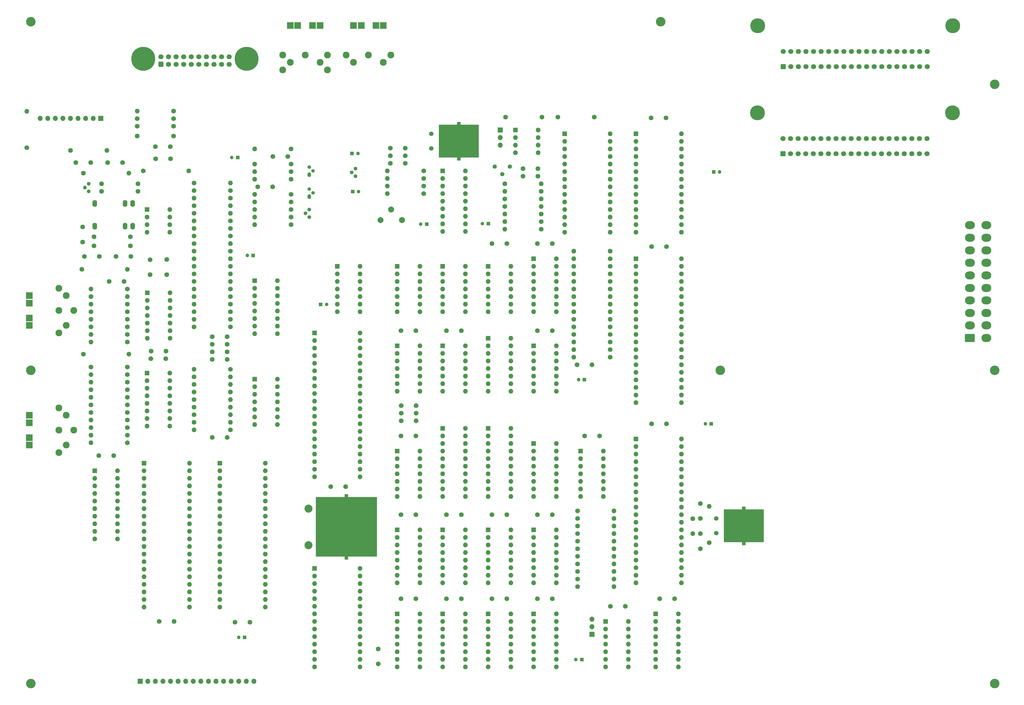
<source format=gbr>
%TF.GenerationSoftware,KiCad,Pcbnew,(5.1.5)-3*%
%TF.CreationDate,2021-01-24T13:48:15-06:00*%
%TF.ProjectId,dragon64,64726167-6f6e-4363-942e-6b696361645f,rev?*%
%TF.SameCoordinates,Original*%
%TF.FileFunction,Soldermask,Top*%
%TF.FilePolarity,Negative*%
%FSLAX46Y46*%
G04 Gerber Fmt 4.6, Leading zero omitted, Abs format (unit mm)*
G04 Created by KiCad (PCBNEW (5.1.5)-3) date 2021-01-24 13:48:15*
%MOMM*%
%LPD*%
G04 APERTURE LIST*
%ADD10C,3.200000*%
%ADD11C,5.000000*%
%ADD12C,1.700000*%
%ADD13C,0.100000*%
%ADD14O,1.600000X1.600000*%
%ADD15C,1.600000*%
%ADD16O,1.700000X1.700000*%
%ADD17R,1.700000X1.700000*%
%ADD18O,3.300000X2.700000*%
%ADD19C,1.200000*%
%ADD20R,1.200000X1.200000*%
%ADD21C,1.440000*%
%ADD22R,1.600000X1.600000*%
%ADD23C,1.500000*%
%ADD24R,13.500000X11.000000*%
%ADD25C,1.300000*%
%ADD26R,2.286000X2.286000*%
%ADD27C,2.286000*%
%ADD28C,2.000000*%
%ADD29C,8.000000*%
%ADD30O,1.600000X2.300000*%
%ADD31C,2.700000*%
%ADD32R,20.500000X20.000000*%
%ADD33O,1.200000X1.200000*%
%ADD34O,1.200000X1.600000*%
G04 APERTURE END LIST*
D10*
%TO.C,H8*%
X327000000Y6000000D03*
%TD*%
%TO.C,H7*%
X235000000Y-90000000D03*
%TD*%
%TO.C,H6*%
X327000000Y-195000000D03*
%TD*%
%TO.C,H5*%
X4000000Y27000000D03*
%TD*%
%TO.C,H4*%
X327000000Y-90000000D03*
%TD*%
%TO.C,H3*%
X215000000Y27000000D03*
%TD*%
%TO.C,H2*%
X4000000Y-195000000D03*
%TD*%
%TO.C,H1*%
X4000000Y-90000000D03*
%TD*%
D11*
%TO.C,PL9*%
X312932500Y25616000D03*
X247527500Y25616000D03*
D12*
X304360000Y16980000D03*
X301820000Y16980000D03*
X299280000Y16980000D03*
X296740000Y16980000D03*
X294200000Y16980000D03*
X291660000Y16980000D03*
X289120000Y16980000D03*
X286580000Y16980000D03*
X284040000Y16980000D03*
X281500000Y16980000D03*
X278960000Y16980000D03*
X276420000Y16980000D03*
X273880000Y16980000D03*
X271340000Y16980000D03*
X268800000Y16980000D03*
X266260000Y16980000D03*
X263720000Y16980000D03*
X261180000Y16980000D03*
X258640000Y16980000D03*
X256100000Y16980000D03*
X304360000Y11900000D03*
X301820000Y11900000D03*
X299280000Y11900000D03*
X296740000Y11900000D03*
X294200000Y11900000D03*
X291660000Y11900000D03*
X289120000Y11900000D03*
X286580000Y11900000D03*
X284040000Y11900000D03*
X281500000Y11900000D03*
X278960000Y11900000D03*
X276420000Y11900000D03*
X273880000Y11900000D03*
X271340000Y11900000D03*
X268800000Y11900000D03*
X266260000Y11900000D03*
X263720000Y11900000D03*
X261180000Y11900000D03*
X258640000Y11900000D03*
D13*
G36*
X256724504Y12748796D02*
G01*
X256748773Y12745196D01*
X256772571Y12739235D01*
X256795671Y12730970D01*
X256817849Y12720480D01*
X256838893Y12707867D01*
X256858598Y12693253D01*
X256876777Y12676777D01*
X256893253Y12658598D01*
X256907867Y12638893D01*
X256920480Y12617849D01*
X256930970Y12595671D01*
X256939235Y12572571D01*
X256945196Y12548773D01*
X256948796Y12524504D01*
X256950000Y12500000D01*
X256950000Y11300000D01*
X256948796Y11275496D01*
X256945196Y11251227D01*
X256939235Y11227429D01*
X256930970Y11204329D01*
X256920480Y11182151D01*
X256907867Y11161107D01*
X256893253Y11141402D01*
X256876777Y11123223D01*
X256858598Y11106747D01*
X256838893Y11092133D01*
X256817849Y11079520D01*
X256795671Y11069030D01*
X256772571Y11060765D01*
X256748773Y11054804D01*
X256724504Y11051204D01*
X256700000Y11050000D01*
X255500000Y11050000D01*
X255475496Y11051204D01*
X255451227Y11054804D01*
X255427429Y11060765D01*
X255404329Y11069030D01*
X255382151Y11079520D01*
X255361107Y11092133D01*
X255341402Y11106747D01*
X255323223Y11123223D01*
X255306747Y11141402D01*
X255292133Y11161107D01*
X255279520Y11182151D01*
X255269030Y11204329D01*
X255260765Y11227429D01*
X255254804Y11251227D01*
X255251204Y11275496D01*
X255250000Y11300000D01*
X255250000Y12500000D01*
X255251204Y12524504D01*
X255254804Y12548773D01*
X255260765Y12572571D01*
X255269030Y12595671D01*
X255279520Y12617849D01*
X255292133Y12638893D01*
X255306747Y12658598D01*
X255323223Y12676777D01*
X255341402Y12693253D01*
X255361107Y12707867D01*
X255382151Y12720480D01*
X255404329Y12730970D01*
X255427429Y12739235D01*
X255451227Y12745196D01*
X255475496Y12748796D01*
X255500000Y12750000D01*
X256700000Y12750000D01*
X256724504Y12748796D01*
G37*
%TD*%
D14*
%TO.C,R85*%
X2600000Y-3100000D03*
D15*
X2600000Y-15292000D03*
%TD*%
D16*
%TO.C,PL6*%
X7080000Y-5500000D03*
X9620000Y-5500000D03*
X12160000Y-5500000D03*
X14700000Y-5500000D03*
X17240000Y-5500000D03*
X19780000Y-5500000D03*
X22320000Y-5500000D03*
X24860000Y-5500000D03*
D17*
X27400000Y-5500000D03*
%TD*%
D18*
%TO.C,J1*%
X324140000Y-41320000D03*
X324140000Y-45520000D03*
X324140000Y-49720000D03*
X324140000Y-53920000D03*
X324140000Y-58120000D03*
X324140000Y-62320000D03*
X324140000Y-66520000D03*
X324140000Y-70720000D03*
X324140000Y-74920000D03*
X324140000Y-79120000D03*
X318640000Y-41320000D03*
X318640000Y-45520000D03*
X318640000Y-49720000D03*
X318640000Y-53920000D03*
X318640000Y-58120000D03*
X318640000Y-62320000D03*
X318640000Y-66520000D03*
X318640000Y-70720000D03*
X318640000Y-74920000D03*
D13*
G36*
X320064503Y-77771204D02*
G01*
X320088772Y-77774804D01*
X320112570Y-77780765D01*
X320135670Y-77789030D01*
X320157849Y-77799520D01*
X320178892Y-77812133D01*
X320198598Y-77826748D01*
X320216776Y-77843224D01*
X320233252Y-77861402D01*
X320247867Y-77881108D01*
X320260480Y-77902151D01*
X320270970Y-77924330D01*
X320279235Y-77947430D01*
X320285196Y-77971228D01*
X320288796Y-77995497D01*
X320290000Y-78020001D01*
X320290000Y-80219999D01*
X320288796Y-80244503D01*
X320285196Y-80268772D01*
X320279235Y-80292570D01*
X320270970Y-80315670D01*
X320260480Y-80337849D01*
X320247867Y-80358892D01*
X320233252Y-80378598D01*
X320216776Y-80396776D01*
X320198598Y-80413252D01*
X320178892Y-80427867D01*
X320157849Y-80440480D01*
X320135670Y-80450970D01*
X320112570Y-80459235D01*
X320088772Y-80465196D01*
X320064503Y-80468796D01*
X320039999Y-80470000D01*
X317240001Y-80470000D01*
X317215497Y-80468796D01*
X317191228Y-80465196D01*
X317167430Y-80459235D01*
X317144330Y-80450970D01*
X317122151Y-80440480D01*
X317101108Y-80427867D01*
X317081402Y-80413252D01*
X317063224Y-80396776D01*
X317046748Y-80378598D01*
X317032133Y-80358892D01*
X317019520Y-80337849D01*
X317009030Y-80315670D01*
X317000765Y-80292570D01*
X316994804Y-80268772D01*
X316991204Y-80244503D01*
X316990000Y-80219999D01*
X316990000Y-78020001D01*
X316991204Y-77995497D01*
X316994804Y-77971228D01*
X317000765Y-77947430D01*
X317009030Y-77924330D01*
X317019520Y-77902151D01*
X317032133Y-77881108D01*
X317046748Y-77861402D01*
X317063224Y-77843224D01*
X317081402Y-77826748D01*
X317101108Y-77812133D01*
X317122151Y-77799520D01*
X317144330Y-77789030D01*
X317167430Y-77780765D01*
X317191228Y-77774804D01*
X317215497Y-77771204D01*
X317240001Y-77770000D01*
X320039999Y-77770000D01*
X320064503Y-77771204D01*
G37*
%TD*%
D19*
%TO.C,C33*%
X134600000Y-40900000D03*
D20*
X136600000Y-40900000D03*
%TD*%
D19*
%TO.C,C64*%
X230000000Y-107900000D03*
D20*
X232000000Y-107900000D03*
%TD*%
D19*
%TO.C,C63*%
X234800000Y-23400000D03*
D20*
X232800000Y-23400000D03*
%TD*%
D19*
%TO.C,C58*%
X186600000Y-187000000D03*
D20*
X188600000Y-187000000D03*
%TD*%
D19*
%TO.C,C55*%
X187500000Y-93100000D03*
D20*
X189500000Y-93100000D03*
%TD*%
D19*
%TO.C,C44*%
X155300000Y-40800000D03*
D20*
X157300000Y-40800000D03*
%TD*%
D19*
%TO.C,C26*%
X103100000Y-67900000D03*
D20*
X101100000Y-67900000D03*
%TD*%
D19*
%TO.C,C25*%
X113800000Y-30000000D03*
D20*
X111800000Y-30000000D03*
%TD*%
D19*
%TO.C,C24*%
X113600000Y-17200000D03*
D20*
X111600000Y-17200000D03*
%TD*%
D19*
%TO.C,C23*%
X76500000Y-51400000D03*
D20*
X78500000Y-51400000D03*
%TD*%
D19*
%TO.C,C20*%
X71300000Y-18600000D03*
D20*
X73300000Y-18600000D03*
%TD*%
D19*
%TO.C,C19*%
X73600000Y-179500000D03*
D20*
X75600000Y-179500000D03*
%TD*%
D21*
%TO.C,VR1*%
X164500000Y-21600000D03*
X161960000Y-24140000D03*
X159420000Y-21600000D03*
%TD*%
D14*
%TO.C,IC3*%
X50620000Y-64000000D03*
X43000000Y-79240000D03*
X50620000Y-66540000D03*
X43000000Y-76700000D03*
X50620000Y-69080000D03*
X43000000Y-74160000D03*
X50620000Y-71620000D03*
X43000000Y-71620000D03*
X50620000Y-74160000D03*
X43000000Y-69080000D03*
X50620000Y-76700000D03*
X43000000Y-66540000D03*
X50620000Y-79240000D03*
D22*
X43000000Y-64000000D03*
%TD*%
D14*
%TO.C,IC29*%
X180086000Y-52578000D03*
X172466000Y-70358000D03*
X180086000Y-55118000D03*
X172466000Y-67818000D03*
X180086000Y-57658000D03*
X172466000Y-65278000D03*
X180086000Y-60198000D03*
X172466000Y-62738000D03*
X180086000Y-62738000D03*
X172466000Y-60198000D03*
X180086000Y-65278000D03*
X172466000Y-57658000D03*
X180086000Y-67818000D03*
X172466000Y-55118000D03*
X180086000Y-70358000D03*
D22*
X172466000Y-52578000D03*
%TD*%
D14*
%TO.C,IC9*%
X114300000Y-55118000D03*
X106680000Y-70358000D03*
X114300000Y-57658000D03*
X106680000Y-67818000D03*
X114300000Y-60198000D03*
X106680000Y-65278000D03*
X114300000Y-62738000D03*
X106680000Y-62738000D03*
X114300000Y-65278000D03*
X106680000Y-60198000D03*
X114300000Y-67818000D03*
X106680000Y-57658000D03*
X114300000Y-70358000D03*
D22*
X106680000Y-55118000D03*
%TD*%
D11*
%TO.C,PL7*%
X312832500Y-3584000D03*
X247427500Y-3584000D03*
D12*
X304260000Y-12220000D03*
X301720000Y-12220000D03*
X299180000Y-12220000D03*
X296640000Y-12220000D03*
X294100000Y-12220000D03*
X291560000Y-12220000D03*
X289020000Y-12220000D03*
X286480000Y-12220000D03*
X283940000Y-12220000D03*
X281400000Y-12220000D03*
X278860000Y-12220000D03*
X276320000Y-12220000D03*
X273780000Y-12220000D03*
X271240000Y-12220000D03*
X268700000Y-12220000D03*
X266160000Y-12220000D03*
X263620000Y-12220000D03*
X261080000Y-12220000D03*
X258540000Y-12220000D03*
X256000000Y-12220000D03*
X304260000Y-17300000D03*
X301720000Y-17300000D03*
X299180000Y-17300000D03*
X296640000Y-17300000D03*
X294100000Y-17300000D03*
X291560000Y-17300000D03*
X289020000Y-17300000D03*
X286480000Y-17300000D03*
X283940000Y-17300000D03*
X281400000Y-17300000D03*
X278860000Y-17300000D03*
X276320000Y-17300000D03*
X273780000Y-17300000D03*
X271240000Y-17300000D03*
X268700000Y-17300000D03*
X266160000Y-17300000D03*
X263620000Y-17300000D03*
X261080000Y-17300000D03*
X258540000Y-17300000D03*
D13*
G36*
X256624504Y-16451204D02*
G01*
X256648773Y-16454804D01*
X256672571Y-16460765D01*
X256695671Y-16469030D01*
X256717849Y-16479520D01*
X256738893Y-16492133D01*
X256758598Y-16506747D01*
X256776777Y-16523223D01*
X256793253Y-16541402D01*
X256807867Y-16561107D01*
X256820480Y-16582151D01*
X256830970Y-16604329D01*
X256839235Y-16627429D01*
X256845196Y-16651227D01*
X256848796Y-16675496D01*
X256850000Y-16700000D01*
X256850000Y-17900000D01*
X256848796Y-17924504D01*
X256845196Y-17948773D01*
X256839235Y-17972571D01*
X256830970Y-17995671D01*
X256820480Y-18017849D01*
X256807867Y-18038893D01*
X256793253Y-18058598D01*
X256776777Y-18076777D01*
X256758598Y-18093253D01*
X256738893Y-18107867D01*
X256717849Y-18120480D01*
X256695671Y-18130970D01*
X256672571Y-18139235D01*
X256648773Y-18145196D01*
X256624504Y-18148796D01*
X256600000Y-18150000D01*
X255400000Y-18150000D01*
X255375496Y-18148796D01*
X255351227Y-18145196D01*
X255327429Y-18139235D01*
X255304329Y-18130970D01*
X255282151Y-18120480D01*
X255261107Y-18107867D01*
X255241402Y-18093253D01*
X255223223Y-18076777D01*
X255206747Y-18058598D01*
X255192133Y-18038893D01*
X255179520Y-18017849D01*
X255169030Y-17995671D01*
X255160765Y-17972571D01*
X255154804Y-17948773D01*
X255151204Y-17924504D01*
X255150000Y-17900000D01*
X255150000Y-16700000D01*
X255151204Y-16675496D01*
X255154804Y-16651227D01*
X255160765Y-16627429D01*
X255169030Y-16604329D01*
X255179520Y-16582151D01*
X255192133Y-16561107D01*
X255206747Y-16541402D01*
X255223223Y-16523223D01*
X255241402Y-16506747D01*
X255261107Y-16492133D01*
X255282151Y-16479520D01*
X255304329Y-16469030D01*
X255327429Y-16460765D01*
X255351227Y-16454804D01*
X255375496Y-16451204D01*
X255400000Y-16450000D01*
X256600000Y-16450000D01*
X256624504Y-16451204D01*
G37*
%TD*%
D14*
%TO.C,IC39*%
X221996000Y-113030000D03*
X206756000Y-161290000D03*
X221996000Y-115570000D03*
X206756000Y-158750000D03*
X221996000Y-118110000D03*
X206756000Y-156210000D03*
X221996000Y-120650000D03*
X206756000Y-153670000D03*
X221996000Y-123190000D03*
X206756000Y-151130000D03*
X221996000Y-125730000D03*
X206756000Y-148590000D03*
X221996000Y-128270000D03*
X206756000Y-146050000D03*
X221996000Y-130810000D03*
X206756000Y-143510000D03*
X221996000Y-133350000D03*
X206756000Y-140970000D03*
X221996000Y-135890000D03*
X206756000Y-138430000D03*
X221996000Y-138430000D03*
X206756000Y-135890000D03*
X221996000Y-140970000D03*
X206756000Y-133350000D03*
X221996000Y-143510000D03*
X206756000Y-130810000D03*
X221996000Y-146050000D03*
X206756000Y-128270000D03*
X221996000Y-148590000D03*
X206756000Y-125730000D03*
X221996000Y-151130000D03*
X206756000Y-123190000D03*
X221996000Y-153670000D03*
X206756000Y-120650000D03*
X221996000Y-156210000D03*
X206756000Y-118110000D03*
X221996000Y-158750000D03*
X206756000Y-115570000D03*
X221996000Y-161290000D03*
D22*
X206756000Y-113030000D03*
%TD*%
D14*
%TO.C,R84*%
X231267000Y-135636000D03*
D15*
X231267000Y-147828000D03*
%TD*%
D14*
%TO.C,IC37*%
X221996000Y-10668000D03*
X206756000Y-43688000D03*
X221996000Y-13208000D03*
X206756000Y-41148000D03*
X221996000Y-15748000D03*
X206756000Y-38608000D03*
X221996000Y-18288000D03*
X206756000Y-36068000D03*
X221996000Y-20828000D03*
X206756000Y-33528000D03*
X221996000Y-23368000D03*
X206756000Y-30988000D03*
X221996000Y-25908000D03*
X206756000Y-28448000D03*
X221996000Y-28448000D03*
X206756000Y-25908000D03*
X221996000Y-30988000D03*
X206756000Y-23368000D03*
X221996000Y-33528000D03*
X206756000Y-20828000D03*
X221996000Y-36068000D03*
X206756000Y-18288000D03*
X221996000Y-38608000D03*
X206756000Y-15748000D03*
X221996000Y-41148000D03*
X206756000Y-13208000D03*
X221996000Y-43688000D03*
D22*
X206756000Y-10668000D03*
%TD*%
D14*
%TO.C,IC38*%
X221996000Y-52578000D03*
X206756000Y-100838000D03*
X221996000Y-55118000D03*
X206756000Y-98298000D03*
X221996000Y-57658000D03*
X206756000Y-95758000D03*
X221996000Y-60198000D03*
X206756000Y-93218000D03*
X221996000Y-62738000D03*
X206756000Y-90678000D03*
X221996000Y-65278000D03*
X206756000Y-88138000D03*
X221996000Y-67818000D03*
X206756000Y-85598000D03*
X221996000Y-70358000D03*
X206756000Y-83058000D03*
X221996000Y-72898000D03*
X206756000Y-80518000D03*
X221996000Y-75438000D03*
X206756000Y-77978000D03*
X221996000Y-77978000D03*
X206756000Y-75438000D03*
X221996000Y-80518000D03*
X206756000Y-72898000D03*
X221996000Y-83058000D03*
X206756000Y-70358000D03*
X221996000Y-85598000D03*
X206756000Y-67818000D03*
X221996000Y-88138000D03*
X206756000Y-65278000D03*
X221996000Y-90678000D03*
X206756000Y-62738000D03*
X221996000Y-93218000D03*
X206756000Y-60198000D03*
X221996000Y-95758000D03*
X206756000Y-57658000D03*
X221996000Y-98298000D03*
X206756000Y-55118000D03*
X221996000Y-100838000D03*
D22*
X206756000Y-52578000D03*
%TD*%
D14*
%TO.C,IC34*%
X198120000Y-10668000D03*
X182880000Y-43688000D03*
X198120000Y-13208000D03*
X182880000Y-41148000D03*
X198120000Y-15748000D03*
X182880000Y-38608000D03*
X198120000Y-18288000D03*
X182880000Y-36068000D03*
X198120000Y-20828000D03*
X182880000Y-33528000D03*
X198120000Y-23368000D03*
X182880000Y-30988000D03*
X198120000Y-25908000D03*
X182880000Y-28448000D03*
X198120000Y-28448000D03*
X182880000Y-25908000D03*
X198120000Y-30988000D03*
X182880000Y-23368000D03*
X198120000Y-33528000D03*
X182880000Y-20828000D03*
X198120000Y-36068000D03*
X182880000Y-18288000D03*
X198120000Y-38608000D03*
X182880000Y-15748000D03*
X198120000Y-41148000D03*
X182880000Y-13208000D03*
X198120000Y-43688000D03*
D22*
X182880000Y-10668000D03*
%TD*%
D15*
%TO.C,C59*%
X216836000Y-5334000D03*
X211836000Y-5334000D03*
%TD*%
D23*
%TO.C,XL3*%
X233680000Y-144600000D03*
X233680000Y-139700000D03*
D24*
X242930000Y-142150000D03*
D20*
X242930000Y-148050000D03*
X242930000Y-136250000D03*
%TD*%
D25*
%TO.C,REG1*%
X112776000Y-24892000D03*
X112776000Y-22352000D03*
X111506000Y-23622000D03*
%TD*%
D26*
%TO.C,PL8*%
X98390000Y25710000D03*
X93390000Y25710000D03*
D27*
X103390000Y10810000D03*
X88390000Y10810000D03*
X95890000Y15810000D03*
X88390000Y15810000D03*
X103390000Y15810000D03*
X90890000Y13310000D03*
X100890000Y13310000D03*
D26*
X90890000Y25710000D03*
X100890000Y25710000D03*
%TD*%
D23*
%TO.C,XL2*%
X138176000Y-15568000D03*
X138176000Y-10668000D03*
D24*
X147426000Y-13118000D03*
D20*
X147426000Y-19018000D03*
X147426000Y-7218000D03*
%TD*%
D14*
%TO.C,IC26*%
X164846000Y-143510000D03*
X157226000Y-161290000D03*
X164846000Y-146050000D03*
X157226000Y-158750000D03*
X164846000Y-148590000D03*
X157226000Y-156210000D03*
X164846000Y-151130000D03*
X157226000Y-153670000D03*
X164846000Y-153670000D03*
X157226000Y-151130000D03*
X164846000Y-156210000D03*
X157226000Y-148590000D03*
X164846000Y-158750000D03*
X157226000Y-146050000D03*
X164846000Y-161290000D03*
D22*
X157226000Y-143510000D03*
%TD*%
D15*
%TO.C,C38*%
X128016000Y-112014000D03*
X133016000Y-112014000D03*
%TD*%
D28*
%TO.C,C32*%
X128306100Y-39624000D03*
X124714000Y-36031900D03*
X121121900Y-39624000D03*
%TD*%
D13*
%TO.C,PL2*%
G36*
X48159504Y13542796D02*
G01*
X48183773Y13539196D01*
X48207571Y13533235D01*
X48230671Y13524970D01*
X48252849Y13514480D01*
X48273893Y13501867D01*
X48293598Y13487253D01*
X48311777Y13470777D01*
X48328253Y13452598D01*
X48342867Y13432893D01*
X48355480Y13411849D01*
X48365970Y13389671D01*
X48374235Y13366571D01*
X48380196Y13342773D01*
X48383796Y13318504D01*
X48385000Y13294000D01*
X48385000Y12094000D01*
X48383796Y12069496D01*
X48380196Y12045227D01*
X48374235Y12021429D01*
X48365970Y11998329D01*
X48355480Y11976151D01*
X48342867Y11955107D01*
X48328253Y11935402D01*
X48311777Y11917223D01*
X48293598Y11900747D01*
X48273893Y11886133D01*
X48252849Y11873520D01*
X48230671Y11863030D01*
X48207571Y11854765D01*
X48183773Y11848804D01*
X48159504Y11845204D01*
X48135000Y11844000D01*
X46935000Y11844000D01*
X46910496Y11845204D01*
X46886227Y11848804D01*
X46862429Y11854765D01*
X46839329Y11863030D01*
X46817151Y11873520D01*
X46796107Y11886133D01*
X46776402Y11900747D01*
X46758223Y11917223D01*
X46741747Y11935402D01*
X46727133Y11955107D01*
X46714520Y11976151D01*
X46704030Y11998329D01*
X46695765Y12021429D01*
X46689804Y12045227D01*
X46686204Y12069496D01*
X46685000Y12094000D01*
X46685000Y13294000D01*
X46686204Y13318504D01*
X46689804Y13342773D01*
X46695765Y13366571D01*
X46704030Y13389671D01*
X46714520Y13411849D01*
X46727133Y13432893D01*
X46741747Y13452598D01*
X46758223Y13470777D01*
X46776402Y13487253D01*
X46796107Y13501867D01*
X46817151Y13514480D01*
X46839329Y13524970D01*
X46862429Y13533235D01*
X46886227Y13539196D01*
X46910496Y13542796D01*
X46935000Y13544000D01*
X48135000Y13544000D01*
X48159504Y13542796D01*
G37*
D12*
X50075000Y12694000D03*
X52615000Y12694000D03*
X55155000Y12694000D03*
X57695000Y12694000D03*
X60235000Y12694000D03*
X62775000Y12694000D03*
X65315000Y12694000D03*
X67855000Y12694000D03*
X70395000Y12694000D03*
X47535000Y15234000D03*
X50075000Y15234000D03*
X52615000Y15234000D03*
X55155000Y15234000D03*
X57695000Y15234000D03*
X60235000Y15234000D03*
X62775000Y15234000D03*
X65315000Y15234000D03*
X67855000Y15234000D03*
X70395000Y15234000D03*
D29*
X41630000Y14494000D03*
X76300000Y14494000D03*
%TD*%
D14*
%TO.C,L4*%
X36830000Y-84582000D03*
D15*
X21590000Y-84582000D03*
%TD*%
D14*
%TO.C,L3*%
X56896000Y-23114000D03*
D15*
X41656000Y-23114000D03*
%TD*%
D14*
%TO.C,L2*%
X36322000Y-56134000D03*
D15*
X21082000Y-56134000D03*
%TD*%
D14*
%TO.C,L1*%
X36830000Y-23876000D03*
D15*
X21590000Y-23876000D03*
%TD*%
D25*
%TO.C,TR4*%
X97282000Y-38608000D03*
X97282000Y-36068000D03*
X96012000Y-37338000D03*
%TD*%
D30*
%TO.C,RLA1*%
X38100000Y-41656000D03*
X38100000Y-34036000D03*
X35560000Y-41656000D03*
X25400000Y-41656000D03*
X35560000Y-34036000D03*
X25400000Y-34036000D03*
%TD*%
D15*
%TO.C,C69*%
X49276000Y-83566000D03*
X44276000Y-83566000D03*
%TD*%
%TO.C,C68*%
X50800000Y-19050000D03*
X45800000Y-19050000D03*
%TD*%
D26*
%TO.C,PL4*%
X119590000Y25710000D03*
X114690000Y25710000D03*
D27*
X112090000Y13310000D03*
X109590000Y15810000D03*
X124590000Y15810000D03*
D26*
X112090000Y25710000D03*
D27*
X117090000Y15810000D03*
D26*
X122090000Y25710000D03*
D27*
X122090000Y13310000D03*
%TD*%
D26*
%TO.C,PL3*%
X3446000Y-107558000D03*
X3446000Y-112558000D03*
D27*
X15846000Y-115058000D03*
X13346000Y-117558000D03*
X13346000Y-102558000D03*
X18346000Y-110058000D03*
D26*
X3446000Y-115058000D03*
D27*
X13346000Y-110058000D03*
D26*
X3446000Y-105058000D03*
D27*
X15846000Y-105058000D03*
%TD*%
D26*
%TO.C,PL5*%
X3446000Y-67426000D03*
X3446000Y-72426000D03*
D27*
X15846000Y-74926000D03*
X13346000Y-77426000D03*
X13346000Y-62426000D03*
X18346000Y-69926000D03*
D26*
X3446000Y-74926000D03*
D27*
X13346000Y-69926000D03*
D26*
X3446000Y-64926000D03*
D27*
X15846000Y-64926000D03*
%TD*%
D14*
%TO.C,R83*%
X199390000Y-162560000D03*
D15*
X187198000Y-162560000D03*
%TD*%
D14*
%TO.C,R82*%
X199390000Y-160020000D03*
D15*
X187198000Y-160020000D03*
%TD*%
D14*
%TO.C,R81*%
X199390000Y-157480000D03*
D15*
X187198000Y-157480000D03*
%TD*%
D14*
%TO.C,R80*%
X199390000Y-154940000D03*
D15*
X187198000Y-154940000D03*
%TD*%
D14*
%TO.C,R79*%
X199390000Y-152400000D03*
D15*
X187198000Y-152400000D03*
%TD*%
D14*
%TO.C,R78*%
X199390000Y-149860000D03*
D15*
X187198000Y-149860000D03*
%TD*%
D14*
%TO.C,R77*%
X199390000Y-147320000D03*
D15*
X187198000Y-147320000D03*
%TD*%
D14*
%TO.C,R76*%
X199390000Y-144780000D03*
D15*
X187198000Y-144780000D03*
%TD*%
D14*
%TO.C,R75*%
X199390000Y-142240000D03*
D15*
X187198000Y-142240000D03*
%TD*%
D14*
%TO.C,R74*%
X199390000Y-139700000D03*
D15*
X187198000Y-139700000D03*
%TD*%
D14*
%TO.C,R73*%
X199390000Y-137160000D03*
D15*
X187198000Y-137160000D03*
%TD*%
D14*
%TO.C,R72*%
X185928000Y-85598000D03*
D15*
X198120000Y-85598000D03*
%TD*%
D14*
%TO.C,R71*%
X185928000Y-83058000D03*
D15*
X198120000Y-83058000D03*
%TD*%
D14*
%TO.C,R70*%
X185928000Y-80518000D03*
D15*
X198120000Y-80518000D03*
%TD*%
D14*
%TO.C,R69*%
X198120000Y-72898000D03*
D15*
X185928000Y-72898000D03*
%TD*%
D14*
%TO.C,R68*%
X198120000Y-70358000D03*
D15*
X185928000Y-70358000D03*
%TD*%
D14*
%TO.C,R67*%
X198120000Y-67818000D03*
D15*
X185928000Y-67818000D03*
%TD*%
D14*
%TO.C,R66*%
X198120000Y-65278000D03*
D15*
X185928000Y-65278000D03*
%TD*%
D14*
%TO.C,R65*%
X185928000Y-60198000D03*
D15*
X198120000Y-60198000D03*
%TD*%
D14*
%TO.C,R64*%
X185928000Y-57658000D03*
D15*
X198120000Y-57658000D03*
%TD*%
D14*
%TO.C,R63*%
X185928000Y-55118000D03*
D15*
X198120000Y-55118000D03*
%TD*%
D14*
%TO.C,R62*%
X185928000Y-52578000D03*
D15*
X198120000Y-52578000D03*
%TD*%
%TO.C,R61*%
X198120000Y-50038000D03*
D14*
X185928000Y-50038000D03*
%TD*%
%TO.C,R60*%
X162814000Y-42672000D03*
D15*
X175006000Y-42672000D03*
%TD*%
D14*
%TO.C,R59*%
X162814000Y-40132000D03*
D15*
X175006000Y-40132000D03*
%TD*%
D14*
%TO.C,R58*%
X162814000Y-37592000D03*
D15*
X175006000Y-37592000D03*
%TD*%
D14*
%TO.C,R57*%
X175006000Y-35052000D03*
D15*
X162814000Y-35052000D03*
%TD*%
D14*
%TO.C,R56*%
X175006000Y-32512000D03*
D15*
X162814000Y-32512000D03*
%TD*%
D14*
%TO.C,R55*%
X162814000Y-29972000D03*
D15*
X175006000Y-29972000D03*
%TD*%
D14*
%TO.C,R54*%
X175006000Y-27432000D03*
D15*
X162814000Y-27432000D03*
%TD*%
D14*
%TO.C,R53*%
X123444000Y-30734000D03*
D15*
X135636000Y-30734000D03*
%TD*%
D14*
%TO.C,R52*%
X123444000Y-28194000D03*
D15*
X135636000Y-28194000D03*
%TD*%
D14*
%TO.C,R51*%
X123444000Y-25654000D03*
D15*
X135636000Y-25654000D03*
%TD*%
D14*
%TO.C,R50*%
X123444000Y-23114000D03*
D15*
X135636000Y-23114000D03*
%TD*%
D14*
%TO.C,R49*%
X78994000Y-41148000D03*
D15*
X91186000Y-41148000D03*
%TD*%
D14*
%TO.C,R48*%
X78994000Y-38608000D03*
D15*
X91186000Y-38608000D03*
%TD*%
D14*
%TO.C,R47*%
X78994000Y-36068000D03*
D15*
X91186000Y-36068000D03*
%TD*%
D14*
%TO.C,R46*%
X78994000Y-33528000D03*
D15*
X91186000Y-33528000D03*
%TD*%
D14*
%TO.C,R45*%
X78994000Y-30988000D03*
D15*
X91186000Y-30988000D03*
%TD*%
D14*
%TO.C,R44*%
X78994000Y-25908000D03*
D15*
X91186000Y-25908000D03*
%TD*%
D14*
%TO.C,R43*%
X78994000Y-23368000D03*
D15*
X91186000Y-23368000D03*
%TD*%
D14*
%TO.C,R42*%
X78994000Y-20828000D03*
D15*
X91186000Y-20828000D03*
%TD*%
D14*
%TO.C,R41*%
X78994000Y-15748000D03*
D15*
X91186000Y-15748000D03*
%TD*%
D14*
%TO.C,R40*%
X58674000Y-109982000D03*
D15*
X70866000Y-109982000D03*
%TD*%
D14*
%TO.C,R39*%
X70866000Y-107442000D03*
D15*
X58674000Y-107442000D03*
%TD*%
D14*
%TO.C,R38*%
X70866000Y-104902000D03*
D15*
X58674000Y-104902000D03*
%TD*%
D14*
%TO.C,R37*%
X70866000Y-102362000D03*
D15*
X58674000Y-102362000D03*
%TD*%
D14*
%TO.C,R36*%
X70866000Y-99822000D03*
D15*
X58674000Y-99822000D03*
%TD*%
D14*
%TO.C,R35*%
X70866000Y-97282000D03*
D15*
X58674000Y-97282000D03*
%TD*%
D14*
%TO.C,R34*%
X70866000Y-94742000D03*
D15*
X58674000Y-94742000D03*
%TD*%
D14*
%TO.C,R33*%
X70866000Y-92202000D03*
D15*
X58674000Y-92202000D03*
%TD*%
D14*
%TO.C,R32*%
X58674000Y-89662000D03*
D15*
X70866000Y-89662000D03*
%TD*%
D14*
%TO.C,R31*%
X58674000Y-72898000D03*
D15*
X70866000Y-72898000D03*
%TD*%
D14*
%TO.C,R30*%
X58674000Y-67818000D03*
D15*
X70866000Y-67818000D03*
%TD*%
D14*
%TO.C,R29*%
X58674000Y-62738000D03*
D15*
X70866000Y-62738000D03*
%TD*%
D14*
%TO.C,R28*%
X70866000Y-60198000D03*
D15*
X58674000Y-60198000D03*
%TD*%
D14*
%TO.C,R27*%
X70866000Y-57658000D03*
D15*
X58674000Y-57658000D03*
%TD*%
D14*
%TO.C,R26*%
X58674000Y-55118000D03*
D15*
X70866000Y-55118000D03*
%TD*%
D14*
%TO.C,R25*%
X70866000Y-52578000D03*
D15*
X58674000Y-52578000D03*
%TD*%
D14*
%TO.C,R24*%
X70866000Y-47498000D03*
D15*
X58674000Y-47498000D03*
%TD*%
D14*
%TO.C,R23*%
X58674000Y-42418000D03*
D15*
X70866000Y-42418000D03*
%TD*%
D14*
%TO.C,R22*%
X58674000Y-39878000D03*
D15*
X70866000Y-39878000D03*
%TD*%
D14*
%TO.C,R21*%
X70866000Y-37338000D03*
D15*
X58674000Y-37338000D03*
%TD*%
D14*
%TO.C,R20*%
X70866000Y-34798000D03*
D15*
X58674000Y-34798000D03*
%TD*%
D14*
%TO.C,R19*%
X58674000Y-32258000D03*
D15*
X70866000Y-32258000D03*
%TD*%
D14*
%TO.C,R18*%
X70866000Y-27178000D03*
D15*
X58674000Y-27178000D03*
%TD*%
D14*
%TO.C,R17*%
X39624000Y-3048000D03*
D15*
X51816000Y-3048000D03*
%TD*%
D14*
%TO.C,R16*%
X24130000Y-114300000D03*
D15*
X36322000Y-114300000D03*
%TD*%
D14*
%TO.C,R15*%
X24130000Y-111760000D03*
D15*
X36322000Y-111760000D03*
%TD*%
D14*
%TO.C,R14*%
X24130000Y-109220000D03*
D15*
X36322000Y-109220000D03*
%TD*%
D14*
%TO.C,R13*%
X24130000Y-106680000D03*
D15*
X36322000Y-106680000D03*
%TD*%
D14*
%TO.C,R12*%
X24130000Y-99060000D03*
D15*
X36322000Y-99060000D03*
%TD*%
D14*
%TO.C,R11*%
X24130000Y-96520000D03*
D15*
X36322000Y-96520000D03*
%TD*%
D14*
%TO.C,R10*%
X24130000Y-93980000D03*
D15*
X36322000Y-93980000D03*
%TD*%
D14*
%TO.C,R9*%
X24130000Y-91440000D03*
D15*
X36322000Y-91440000D03*
%TD*%
D14*
%TO.C,R8*%
X24130000Y-80518000D03*
D15*
X36322000Y-80518000D03*
%TD*%
D14*
%TO.C,R7*%
X24130000Y-77978000D03*
D15*
X36322000Y-77978000D03*
%TD*%
D14*
%TO.C,R6*%
X24130000Y-72898000D03*
D15*
X36322000Y-72898000D03*
%TD*%
D14*
%TO.C,R5*%
X24130000Y-67818000D03*
D15*
X36322000Y-67818000D03*
%TD*%
D14*
%TO.C,R4*%
X36322000Y-65278000D03*
D15*
X24130000Y-65278000D03*
%TD*%
D14*
%TO.C,R3*%
X24130000Y-62738000D03*
D15*
X36322000Y-62738000D03*
%TD*%
D14*
%TO.C,R2*%
X27686000Y-27432000D03*
D15*
X39878000Y-27432000D03*
%TD*%
D14*
%TO.C,R1*%
X29464000Y-16256000D03*
D15*
X17272000Y-16256000D03*
%TD*%
%TO.C,D22*%
X163068000Y-5080000D03*
X175260000Y-5080000D03*
%TD*%
%TO.C,D21*%
X180594000Y-5080000D03*
X192786000Y-5080000D03*
%TD*%
%TO.C,D20*%
X185928000Y-77978000D03*
X198120000Y-77978000D03*
%TD*%
%TO.C,D19*%
X185928000Y-75438000D03*
X198120000Y-75438000D03*
%TD*%
%TO.C,D18*%
X185928000Y-62738000D03*
X198120000Y-62738000D03*
%TD*%
%TO.C,D17*%
X58674000Y-75438000D03*
X70866000Y-75438000D03*
%TD*%
%TO.C,D16*%
X58674000Y-70358000D03*
X70866000Y-70358000D03*
%TD*%
%TO.C,D15*%
X58674000Y-65278000D03*
X70866000Y-65278000D03*
%TD*%
%TO.C,D14*%
X58674000Y-50038000D03*
X70866000Y-50038000D03*
%TD*%
%TO.C,D13*%
X58674000Y-44958000D03*
X70866000Y-44958000D03*
%TD*%
%TO.C,D12*%
X58674000Y-29718000D03*
X70866000Y-29718000D03*
%TD*%
%TO.C,D11*%
X39624000Y-11430000D03*
X51816000Y-11430000D03*
%TD*%
%TO.C,D10*%
X39624000Y-8128000D03*
X51816000Y-8128000D03*
%TD*%
%TO.C,D9*%
X39624000Y-5588000D03*
X51816000Y-5588000D03*
%TD*%
%TO.C,D8*%
X24130000Y-104140000D03*
X36322000Y-104140000D03*
%TD*%
%TO.C,D7*%
X24130000Y-101600000D03*
X36322000Y-101600000D03*
%TD*%
%TO.C,D6*%
X24130000Y-88900000D03*
X36322000Y-88900000D03*
%TD*%
%TO.C,D5*%
X24130000Y-75438000D03*
X36322000Y-75438000D03*
%TD*%
%TO.C,D4*%
X24130000Y-70358000D03*
X36322000Y-70358000D03*
%TD*%
%TO.C,D3*%
X25146000Y-48260000D03*
X37338000Y-48260000D03*
%TD*%
%TO.C,D2*%
X25146000Y-45212000D03*
X37338000Y-45212000D03*
%TD*%
%TO.C,D1*%
X27686000Y-29972000D03*
X39878000Y-29972000D03*
%TD*%
%TO.C,C67*%
X225806000Y-139780000D03*
X225806000Y-144780000D03*
%TD*%
%TO.C,C48*%
X168910000Y-22352000D03*
X173910000Y-22352000D03*
%TD*%
%TO.C,C50*%
X173736000Y-47498000D03*
X178736000Y-47498000D03*
%TD*%
%TO.C,C35*%
X133096000Y-101854000D03*
X128096000Y-101854000D03*
%TD*%
%TO.C,C5*%
X32512000Y-51816000D03*
X37512000Y-51816000D03*
%TD*%
%TO.C,C2*%
X29718000Y-20320000D03*
X34718000Y-20320000D03*
%TD*%
%TO.C,C4*%
X21924000Y-51816000D03*
X26924000Y-51816000D03*
%TD*%
%TO.C,C16*%
X64770000Y-86360000D03*
X69770000Y-86360000D03*
%TD*%
%TO.C,C15*%
X64770000Y-83820000D03*
X69770000Y-83820000D03*
%TD*%
%TO.C,C14*%
X64770000Y-81280000D03*
X69770000Y-81280000D03*
%TD*%
%TO.C,C13*%
X64770000Y-78740000D03*
X69770000Y-78740000D03*
%TD*%
%TO.C,C60*%
X211963000Y-48514000D03*
X216963000Y-48514000D03*
%TD*%
%TO.C,C61*%
X211963000Y-107950000D03*
X216963000Y-107950000D03*
%TD*%
%TO.C,C53*%
X173736000Y-166624000D03*
X178736000Y-166624000D03*
%TD*%
%TO.C,C52*%
X173736000Y-138430000D03*
X178736000Y-138430000D03*
%TD*%
%TO.C,C47*%
X158496000Y-166624000D03*
X163496000Y-166624000D03*
%TD*%
%TO.C,C46*%
X158496000Y-138430000D03*
X163496000Y-138430000D03*
%TD*%
%TO.C,C43*%
X143256000Y-166624000D03*
X148256000Y-166624000D03*
%TD*%
%TO.C,C42*%
X143256000Y-138430000D03*
X148256000Y-138430000D03*
%TD*%
%TO.C,C40*%
X128016000Y-166624000D03*
X133016000Y-166624000D03*
%TD*%
%TO.C,C39*%
X128016000Y-138430000D03*
X133016000Y-138430000D03*
%TD*%
%TO.C,C29*%
X124460000Y-15494000D03*
X129460000Y-15494000D03*
%TD*%
%TO.C,C10*%
X49530000Y-52832000D03*
X49530000Y-57832000D03*
%TD*%
%TO.C,C9*%
X43942000Y-57912000D03*
X43942000Y-52912000D03*
%TD*%
%TO.C,C8*%
X45720000Y-14986000D03*
X50720000Y-14986000D03*
%TD*%
%TO.C,C66*%
X228346000Y-144780000D03*
X228346000Y-149780000D03*
%TD*%
%TO.C,C65*%
X228346000Y-139700000D03*
X228346000Y-134700000D03*
%TD*%
%TO.C,C62*%
X219710000Y-166624000D03*
X214710000Y-166624000D03*
%TD*%
%TO.C,C57*%
X203200000Y-169164000D03*
X198200000Y-169164000D03*
%TD*%
%TO.C,C56*%
X194564000Y-112014000D03*
X189564000Y-112014000D03*
%TD*%
%TO.C,C54*%
X192024000Y-88138000D03*
X187024000Y-88138000D03*
%TD*%
%TO.C,C51*%
X173736000Y-76708000D03*
X178736000Y-76708000D03*
%TD*%
%TO.C,C49*%
X168910000Y-24892000D03*
X173910000Y-24892000D03*
%TD*%
%TO.C,C45*%
X158496000Y-47498000D03*
X163496000Y-47498000D03*
%TD*%
%TO.C,C41*%
X143256000Y-76708000D03*
X148256000Y-76708000D03*
%TD*%
%TO.C,C37*%
X133096000Y-106934000D03*
X128096000Y-106934000D03*
%TD*%
%TO.C,C36*%
X133096000Y-104394000D03*
X128096000Y-104394000D03*
%TD*%
%TO.C,C34*%
X128016000Y-76708000D03*
X133016000Y-76708000D03*
%TD*%
%TO.C,C31*%
X124460000Y-20574000D03*
X129460000Y-20574000D03*
%TD*%
%TO.C,C30*%
X124460000Y-18034000D03*
X129460000Y-18034000D03*
%TD*%
%TO.C,C28*%
X120396000Y-188468000D03*
X120396000Y-183468000D03*
%TD*%
%TO.C,C27*%
X109474000Y-129032000D03*
X104474000Y-129032000D03*
%TD*%
%TO.C,C22*%
X80010000Y-28448000D03*
X85010000Y-28448000D03*
%TD*%
%TO.C,C21*%
X85090000Y-18288000D03*
X90090000Y-18288000D03*
%TD*%
%TO.C,C18*%
X72390000Y-174498000D03*
X77390000Y-174498000D03*
%TD*%
%TO.C,C17*%
X64770000Y-112522000D03*
X69770000Y-112522000D03*
%TD*%
%TO.C,C12*%
X46990000Y-174244000D03*
X51990000Y-174244000D03*
%TD*%
%TO.C,C11*%
X44196000Y-86106000D03*
X49196000Y-86106000D03*
%TD*%
%TO.C,C7*%
X31750000Y-118618000D03*
X26750000Y-118618000D03*
%TD*%
%TO.C,C6*%
X30226000Y-60198000D03*
X35226000Y-60198000D03*
%TD*%
%TO.C,C3*%
X21336000Y-41910000D03*
X21336000Y-46910000D03*
%TD*%
%TO.C,C1*%
X19050000Y-20320000D03*
X24050000Y-20320000D03*
%TD*%
D14*
%TO.C,IC2*%
X50546000Y-36068000D03*
X42926000Y-43688000D03*
X50546000Y-38608000D03*
X42926000Y-41148000D03*
X50546000Y-41148000D03*
X42926000Y-38608000D03*
X50546000Y-43688000D03*
D22*
X42926000Y-36068000D03*
%TD*%
D25*
%TO.C,TR1*%
X23368000Y-29972000D03*
X23368000Y-27432000D03*
X22098000Y-28702000D03*
%TD*%
D14*
%TO.C,IC33*%
X180086000Y-171704000D03*
X172466000Y-189484000D03*
X180086000Y-174244000D03*
X172466000Y-186944000D03*
X180086000Y-176784000D03*
X172466000Y-184404000D03*
X180086000Y-179324000D03*
X172466000Y-181864000D03*
X180086000Y-181864000D03*
X172466000Y-179324000D03*
X180086000Y-184404000D03*
X172466000Y-176784000D03*
X180086000Y-186944000D03*
X172466000Y-174244000D03*
X180086000Y-189484000D03*
D22*
X172466000Y-171704000D03*
%TD*%
D14*
%TO.C,IC32*%
X180086000Y-143510000D03*
X172466000Y-161290000D03*
X180086000Y-146050000D03*
X172466000Y-158750000D03*
X180086000Y-148590000D03*
X172466000Y-156210000D03*
X180086000Y-151130000D03*
X172466000Y-153670000D03*
X180086000Y-153670000D03*
X172466000Y-151130000D03*
X180086000Y-156210000D03*
X172466000Y-148590000D03*
X180086000Y-158750000D03*
X172466000Y-146050000D03*
X180086000Y-161290000D03*
D22*
X172466000Y-143510000D03*
%TD*%
D14*
%TO.C,IC27*%
X164846000Y-171704000D03*
X157226000Y-189484000D03*
X164846000Y-174244000D03*
X157226000Y-186944000D03*
X164846000Y-176784000D03*
X157226000Y-184404000D03*
X164846000Y-179324000D03*
X157226000Y-181864000D03*
X164846000Y-181864000D03*
X157226000Y-179324000D03*
X164846000Y-184404000D03*
X157226000Y-176784000D03*
X164846000Y-186944000D03*
X157226000Y-174244000D03*
X164846000Y-189484000D03*
D22*
X157226000Y-171704000D03*
%TD*%
D14*
%TO.C,IC22*%
X149606000Y-171704000D03*
X141986000Y-189484000D03*
X149606000Y-174244000D03*
X141986000Y-186944000D03*
X149606000Y-176784000D03*
X141986000Y-184404000D03*
X149606000Y-179324000D03*
X141986000Y-181864000D03*
X149606000Y-181864000D03*
X141986000Y-179324000D03*
X149606000Y-184404000D03*
X141986000Y-176784000D03*
X149606000Y-186944000D03*
X141986000Y-174244000D03*
X149606000Y-189484000D03*
D22*
X141986000Y-171704000D03*
%TD*%
D14*
%TO.C,IC21*%
X149606000Y-143510000D03*
X141986000Y-161290000D03*
X149606000Y-146050000D03*
X141986000Y-158750000D03*
X149606000Y-148590000D03*
X141986000Y-156210000D03*
X149606000Y-151130000D03*
X141986000Y-153670000D03*
X149606000Y-153670000D03*
X141986000Y-151130000D03*
X149606000Y-156210000D03*
X141986000Y-148590000D03*
X149606000Y-158750000D03*
X141986000Y-146050000D03*
X149606000Y-161290000D03*
D22*
X141986000Y-143510000D03*
%TD*%
D14*
%TO.C,IC16*%
X134366000Y-171704000D03*
X126746000Y-189484000D03*
X134366000Y-174244000D03*
X126746000Y-186944000D03*
X134366000Y-176784000D03*
X126746000Y-184404000D03*
X134366000Y-179324000D03*
X126746000Y-181864000D03*
X134366000Y-181864000D03*
X126746000Y-179324000D03*
X134366000Y-184404000D03*
X126746000Y-176784000D03*
X134366000Y-186944000D03*
X126746000Y-174244000D03*
X134366000Y-189484000D03*
D22*
X126746000Y-171704000D03*
%TD*%
D14*
%TO.C,IC15*%
X134366000Y-143510000D03*
X126746000Y-161290000D03*
X134366000Y-146050000D03*
X126746000Y-158750000D03*
X134366000Y-148590000D03*
X126746000Y-156210000D03*
X134366000Y-151130000D03*
X126746000Y-153670000D03*
X134366000Y-153670000D03*
X126746000Y-151130000D03*
X134366000Y-156210000D03*
X126746000Y-148590000D03*
X134366000Y-158750000D03*
X126746000Y-146050000D03*
X134366000Y-161290000D03*
D22*
X126746000Y-143510000D03*
%TD*%
D14*
%TO.C,IC11*%
X114288000Y-156464000D03*
X99048000Y-189484000D03*
X114288000Y-159004000D03*
X99048000Y-186944000D03*
X114288000Y-161544000D03*
X99048000Y-184404000D03*
X114288000Y-164084000D03*
X99048000Y-181864000D03*
X114288000Y-166624000D03*
X99048000Y-179324000D03*
X114288000Y-169164000D03*
X99048000Y-176784000D03*
X114288000Y-171704000D03*
X99048000Y-174244000D03*
X114288000Y-174244000D03*
X99048000Y-171704000D03*
X114288000Y-176784000D03*
X99048000Y-169164000D03*
X114288000Y-179324000D03*
X99048000Y-166624000D03*
X114288000Y-181864000D03*
X99048000Y-164084000D03*
X114288000Y-184404000D03*
X99048000Y-161544000D03*
X114288000Y-186944000D03*
X99048000Y-159004000D03*
X114288000Y-189484000D03*
D22*
X99048000Y-156464000D03*
%TD*%
D14*
%TO.C,IC6*%
X86614000Y-59944000D03*
X78994000Y-77724000D03*
X86614000Y-62484000D03*
X78994000Y-75184000D03*
X86614000Y-65024000D03*
X78994000Y-72644000D03*
X86614000Y-67564000D03*
X78994000Y-70104000D03*
X86614000Y-70104000D03*
X78994000Y-67564000D03*
X86614000Y-72644000D03*
X78994000Y-65024000D03*
X86614000Y-75184000D03*
X78994000Y-62484000D03*
X86614000Y-77724000D03*
D22*
X78994000Y-59944000D03*
%TD*%
D14*
%TO.C,IC4*%
X50546000Y-90932000D03*
X42926000Y-108712000D03*
X50546000Y-93472000D03*
X42926000Y-106172000D03*
X50546000Y-96012000D03*
X42926000Y-103632000D03*
X50546000Y-98552000D03*
X42926000Y-101092000D03*
X50546000Y-101092000D03*
X42926000Y-98552000D03*
X50546000Y-103632000D03*
X42926000Y-96012000D03*
X50546000Y-106172000D03*
X42926000Y-93472000D03*
X50546000Y-108712000D03*
D22*
X42926000Y-90932000D03*
%TD*%
D31*
%TO.C,XL1*%
X96978000Y-148664000D03*
X96978000Y-136324000D03*
D32*
X109728000Y-142494000D03*
D20*
X109728000Y-152894000D03*
X109728000Y-132094000D03*
%TD*%
D14*
%TO.C,IC24*%
X164846000Y-79248000D03*
X157226000Y-97028000D03*
X164846000Y-81788000D03*
X157226000Y-94488000D03*
X164846000Y-84328000D03*
X157226000Y-91948000D03*
X164846000Y-86868000D03*
X157226000Y-89408000D03*
X164846000Y-89408000D03*
X157226000Y-86868000D03*
X164846000Y-91948000D03*
X157226000Y-84328000D03*
X164846000Y-94488000D03*
X157226000Y-81788000D03*
X164846000Y-97028000D03*
D22*
X157226000Y-79248000D03*
%TD*%
D14*
%TO.C,IC18*%
X149606000Y-55118000D03*
X141986000Y-70358000D03*
X149606000Y-57658000D03*
X141986000Y-67818000D03*
X149606000Y-60198000D03*
X141986000Y-65278000D03*
X149606000Y-62738000D03*
X141986000Y-62738000D03*
X149606000Y-65278000D03*
X141986000Y-60198000D03*
X149606000Y-67818000D03*
X141986000Y-57658000D03*
X149606000Y-70358000D03*
D22*
X141986000Y-55118000D03*
%TD*%
D14*
%TO.C,IC12*%
X134366000Y-55118000D03*
X126746000Y-70358000D03*
X134366000Y-57658000D03*
X126746000Y-67818000D03*
X134366000Y-60198000D03*
X126746000Y-65278000D03*
X134366000Y-62738000D03*
X126746000Y-62738000D03*
X134366000Y-65278000D03*
X126746000Y-60198000D03*
X134366000Y-67818000D03*
X126746000Y-57658000D03*
X134366000Y-70358000D03*
D22*
X126746000Y-55118000D03*
%TD*%
D16*
%TO.C,LK2*%
X161290000Y-14478000D03*
X161290000Y-11938000D03*
D17*
X161290000Y-9398000D03*
%TD*%
D16*
%TO.C,LK1*%
X192024000Y-173482000D03*
X192024000Y-176022000D03*
D17*
X192024000Y-178562000D03*
%TD*%
D14*
%TO.C,IC19*%
X149606000Y-81788000D03*
X141986000Y-97028000D03*
X149606000Y-84328000D03*
X141986000Y-94488000D03*
X149606000Y-86868000D03*
X141986000Y-91948000D03*
X149606000Y-89408000D03*
X141986000Y-89408000D03*
X149606000Y-91948000D03*
X141986000Y-86868000D03*
X149606000Y-94488000D03*
X141986000Y-84328000D03*
X149606000Y-97028000D03*
D22*
X141986000Y-81788000D03*
%TD*%
D14*
%TO.C,IC23*%
X164846000Y-55118000D03*
X157226000Y-70358000D03*
X164846000Y-57658000D03*
X157226000Y-67818000D03*
X164846000Y-60198000D03*
X157226000Y-65278000D03*
X164846000Y-62738000D03*
X157226000Y-62738000D03*
X164846000Y-65278000D03*
X157226000Y-60198000D03*
X164846000Y-67818000D03*
X157226000Y-57658000D03*
X164846000Y-70358000D03*
D22*
X157226000Y-55118000D03*
%TD*%
%TO.C,IC1*%
X25400000Y-123698000D03*
D14*
X33020000Y-146558000D03*
X25400000Y-126238000D03*
X33020000Y-144018000D03*
X25400000Y-128778000D03*
X33020000Y-141478000D03*
X25400000Y-131318000D03*
X33020000Y-138938000D03*
X25400000Y-133858000D03*
X33020000Y-136398000D03*
X25400000Y-136398000D03*
X33020000Y-133858000D03*
X25400000Y-138938000D03*
X33020000Y-131318000D03*
X25400000Y-141478000D03*
X33020000Y-128778000D03*
X25400000Y-144018000D03*
X33020000Y-126238000D03*
X25400000Y-146558000D03*
X33020000Y-123698000D03*
%TD*%
D33*
%TO.C,TR3*%
X97282000Y-29210000D03*
X98552000Y-30480000D03*
D34*
X97282000Y-31750000D03*
%TD*%
D33*
%TO.C,TR2*%
X97282000Y-21844000D03*
X98552000Y-23114000D03*
D34*
X97282000Y-24384000D03*
%TD*%
D14*
%TO.C,IC17*%
X149606000Y-23114000D03*
X141986000Y-43434000D03*
X149606000Y-25654000D03*
X141986000Y-40894000D03*
X149606000Y-28194000D03*
X141986000Y-38354000D03*
X149606000Y-30734000D03*
X141986000Y-35814000D03*
X149606000Y-33274000D03*
X141986000Y-33274000D03*
X149606000Y-35814000D03*
X141986000Y-30734000D03*
X149606000Y-38354000D03*
X141986000Y-28194000D03*
X149606000Y-40894000D03*
X141986000Y-25654000D03*
X149606000Y-43434000D03*
D22*
X141986000Y-23114000D03*
%TD*%
D14*
%TO.C,IC28*%
X173990000Y-9398000D03*
X166370000Y-17018000D03*
X173990000Y-11938000D03*
X166370000Y-14478000D03*
X173990000Y-14478000D03*
X166370000Y-11938000D03*
X173990000Y-17018000D03*
D22*
X166370000Y-9398000D03*
%TD*%
D14*
%TO.C,IC31*%
X180086000Y-114554000D03*
X172466000Y-132334000D03*
X180086000Y-117094000D03*
X172466000Y-129794000D03*
X180086000Y-119634000D03*
X172466000Y-127254000D03*
X180086000Y-122174000D03*
X172466000Y-124714000D03*
X180086000Y-124714000D03*
X172466000Y-122174000D03*
X180086000Y-127254000D03*
X172466000Y-119634000D03*
X180086000Y-129794000D03*
X172466000Y-117094000D03*
X180086000Y-132334000D03*
D22*
X172466000Y-114554000D03*
%TD*%
D14*
%TO.C,IC30*%
X180086000Y-81788000D03*
X172466000Y-97028000D03*
X180086000Y-84328000D03*
X172466000Y-94488000D03*
X180086000Y-86868000D03*
X172466000Y-91948000D03*
X180086000Y-89408000D03*
X172466000Y-89408000D03*
X180086000Y-91948000D03*
X172466000Y-86868000D03*
X180086000Y-94488000D03*
X172466000Y-84328000D03*
X180086000Y-97028000D03*
D22*
X172466000Y-81788000D03*
%TD*%
D14*
%TO.C,IC14*%
X134366000Y-117094000D03*
X126746000Y-132334000D03*
X134366000Y-119634000D03*
X126746000Y-129794000D03*
X134366000Y-122174000D03*
X126746000Y-127254000D03*
X134366000Y-124714000D03*
X126746000Y-124714000D03*
X134366000Y-127254000D03*
X126746000Y-122174000D03*
X134366000Y-129794000D03*
X126746000Y-119634000D03*
X134366000Y-132334000D03*
D22*
X126746000Y-117094000D03*
%TD*%
D14*
%TO.C,IC13*%
X134366000Y-81788000D03*
X126746000Y-97028000D03*
X134366000Y-84328000D03*
X126746000Y-94488000D03*
X134366000Y-86868000D03*
X126746000Y-91948000D03*
X134366000Y-89408000D03*
X126746000Y-89408000D03*
X134366000Y-91948000D03*
X126746000Y-86868000D03*
X134366000Y-94488000D03*
X126746000Y-84328000D03*
X134366000Y-97028000D03*
D22*
X126746000Y-81788000D03*
%TD*%
D14*
%TO.C,IC7*%
X86614000Y-92964000D03*
X78994000Y-108204000D03*
X86614000Y-95504000D03*
X78994000Y-105664000D03*
X86614000Y-98044000D03*
X78994000Y-103124000D03*
X86614000Y-100584000D03*
X78994000Y-100584000D03*
X86614000Y-103124000D03*
X78994000Y-98044000D03*
X86614000Y-105664000D03*
X78994000Y-95504000D03*
X86614000Y-108204000D03*
D22*
X78994000Y-92964000D03*
%TD*%
D17*
%TO.C,PL1*%
X40640000Y-194310000D03*
D16*
X43180000Y-194310000D03*
X45720000Y-194310000D03*
X48260000Y-194310000D03*
X50800000Y-194310000D03*
X53340000Y-194310000D03*
X55880000Y-194310000D03*
X58420000Y-194310000D03*
X60960000Y-194310000D03*
X63500000Y-194310000D03*
X66040000Y-194310000D03*
X68580000Y-194310000D03*
X71120000Y-194310000D03*
X73660000Y-194310000D03*
X76200000Y-194310000D03*
X78740000Y-194310000D03*
%TD*%
D14*
%TO.C,IC8*%
X82550000Y-121158000D03*
X67310000Y-169418000D03*
X82550000Y-123698000D03*
X67310000Y-166878000D03*
X82550000Y-126238000D03*
X67310000Y-164338000D03*
X82550000Y-128778000D03*
X67310000Y-161798000D03*
X82550000Y-131318000D03*
X67310000Y-159258000D03*
X82550000Y-133858000D03*
X67310000Y-156718000D03*
X82550000Y-136398000D03*
X67310000Y-154178000D03*
X82550000Y-138938000D03*
X67310000Y-151638000D03*
X82550000Y-141478000D03*
X67310000Y-149098000D03*
X82550000Y-144018000D03*
X67310000Y-146558000D03*
X82550000Y-146558000D03*
X67310000Y-144018000D03*
X82550000Y-149098000D03*
X67310000Y-141478000D03*
X82550000Y-151638000D03*
X67310000Y-138938000D03*
X82550000Y-154178000D03*
X67310000Y-136398000D03*
X82550000Y-156718000D03*
X67310000Y-133858000D03*
X82550000Y-159258000D03*
X67310000Y-131318000D03*
X82550000Y-161798000D03*
X67310000Y-128778000D03*
X82550000Y-164338000D03*
X67310000Y-126238000D03*
X82550000Y-166878000D03*
X67310000Y-123698000D03*
X82550000Y-169418000D03*
D22*
X67310000Y-121158000D03*
%TD*%
%TO.C,IC5*%
X41910000Y-121158000D03*
D14*
X57150000Y-169418000D03*
X41910000Y-123698000D03*
X57150000Y-166878000D03*
X41910000Y-126238000D03*
X57150000Y-164338000D03*
X41910000Y-128778000D03*
X57150000Y-161798000D03*
X41910000Y-131318000D03*
X57150000Y-159258000D03*
X41910000Y-133858000D03*
X57150000Y-156718000D03*
X41910000Y-136398000D03*
X57150000Y-154178000D03*
X41910000Y-138938000D03*
X57150000Y-151638000D03*
X41910000Y-141478000D03*
X57150000Y-149098000D03*
X41910000Y-144018000D03*
X57150000Y-146558000D03*
X41910000Y-146558000D03*
X57150000Y-144018000D03*
X41910000Y-149098000D03*
X57150000Y-141478000D03*
X41910000Y-151638000D03*
X57150000Y-138938000D03*
X41910000Y-154178000D03*
X57150000Y-136398000D03*
X41910000Y-156718000D03*
X57150000Y-133858000D03*
X41910000Y-159258000D03*
X57150000Y-131318000D03*
X41910000Y-161798000D03*
X57150000Y-128778000D03*
X41910000Y-164338000D03*
X57150000Y-126238000D03*
X41910000Y-166878000D03*
X57150000Y-123698000D03*
X41910000Y-169418000D03*
X57150000Y-121158000D03*
%TD*%
%TO.C,IC25*%
X164846000Y-109474000D03*
X157226000Y-132334000D03*
X164846000Y-112014000D03*
X157226000Y-129794000D03*
X164846000Y-114554000D03*
X157226000Y-127254000D03*
X164846000Y-117094000D03*
X157226000Y-124714000D03*
X164846000Y-119634000D03*
X157226000Y-122174000D03*
X164846000Y-122174000D03*
X157226000Y-119634000D03*
X164846000Y-124714000D03*
X157226000Y-117094000D03*
X164846000Y-127254000D03*
X157226000Y-114554000D03*
X164846000Y-129794000D03*
X157226000Y-112014000D03*
X164846000Y-132334000D03*
D22*
X157226000Y-109474000D03*
%TD*%
D14*
%TO.C,IC20*%
X149606000Y-109474000D03*
X141986000Y-132334000D03*
X149606000Y-112014000D03*
X141986000Y-129794000D03*
X149606000Y-114554000D03*
X141986000Y-127254000D03*
X149606000Y-117094000D03*
X141986000Y-124714000D03*
X149606000Y-119634000D03*
X141986000Y-122174000D03*
X149606000Y-122174000D03*
X141986000Y-119634000D03*
X149606000Y-124714000D03*
X141986000Y-117094000D03*
X149606000Y-127254000D03*
X141986000Y-114554000D03*
X149606000Y-129794000D03*
X141986000Y-112014000D03*
X149606000Y-132334000D03*
D22*
X141986000Y-109474000D03*
%TD*%
D14*
%TO.C,IC40*%
X220980000Y-171704000D03*
X213360000Y-189484000D03*
X220980000Y-174244000D03*
X213360000Y-186944000D03*
X220980000Y-176784000D03*
X213360000Y-184404000D03*
X220980000Y-179324000D03*
X213360000Y-181864000D03*
X220980000Y-181864000D03*
X213360000Y-179324000D03*
X220980000Y-184404000D03*
X213360000Y-176784000D03*
X220980000Y-186944000D03*
X213360000Y-174244000D03*
X220980000Y-189484000D03*
D22*
X213360000Y-171704000D03*
%TD*%
D14*
%TO.C,IC36*%
X204216000Y-174244000D03*
X196596000Y-189484000D03*
X204216000Y-176784000D03*
X196596000Y-186944000D03*
X204216000Y-179324000D03*
X196596000Y-184404000D03*
X204216000Y-181864000D03*
X196596000Y-181864000D03*
X204216000Y-184404000D03*
X196596000Y-179324000D03*
X204216000Y-186944000D03*
X196596000Y-176784000D03*
X204216000Y-189484000D03*
D22*
X196596000Y-174244000D03*
%TD*%
D14*
%TO.C,IC35*%
X195834000Y-117094000D03*
X188214000Y-132334000D03*
X195834000Y-119634000D03*
X188214000Y-129794000D03*
X195834000Y-122174000D03*
X188214000Y-127254000D03*
X195834000Y-124714000D03*
X188214000Y-124714000D03*
X195834000Y-127254000D03*
X188214000Y-122174000D03*
X195834000Y-129794000D03*
X188214000Y-119634000D03*
X195834000Y-132334000D03*
D22*
X188214000Y-117094000D03*
%TD*%
D14*
%TO.C,IC10*%
X114288000Y-77470000D03*
X99048000Y-125730000D03*
X114288000Y-80010000D03*
X99048000Y-123190000D03*
X114288000Y-82550000D03*
X99048000Y-120650000D03*
X114288000Y-85090000D03*
X99048000Y-118110000D03*
X114288000Y-87630000D03*
X99048000Y-115570000D03*
X114288000Y-90170000D03*
X99048000Y-113030000D03*
X114288000Y-92710000D03*
X99048000Y-110490000D03*
X114288000Y-95250000D03*
X99048000Y-107950000D03*
X114288000Y-97790000D03*
X99048000Y-105410000D03*
X114288000Y-100330000D03*
X99048000Y-102870000D03*
X114288000Y-102870000D03*
X99048000Y-100330000D03*
X114288000Y-105410000D03*
X99048000Y-97790000D03*
X114288000Y-107950000D03*
X99048000Y-95250000D03*
X114288000Y-110490000D03*
X99048000Y-92710000D03*
X114288000Y-113030000D03*
X99048000Y-90170000D03*
X114288000Y-115570000D03*
X99048000Y-87630000D03*
X114288000Y-118110000D03*
X99048000Y-85090000D03*
X114288000Y-120650000D03*
X99048000Y-82550000D03*
X114288000Y-123190000D03*
X99048000Y-80010000D03*
X114288000Y-125730000D03*
D22*
X99048000Y-77470000D03*
%TD*%
M02*

</source>
